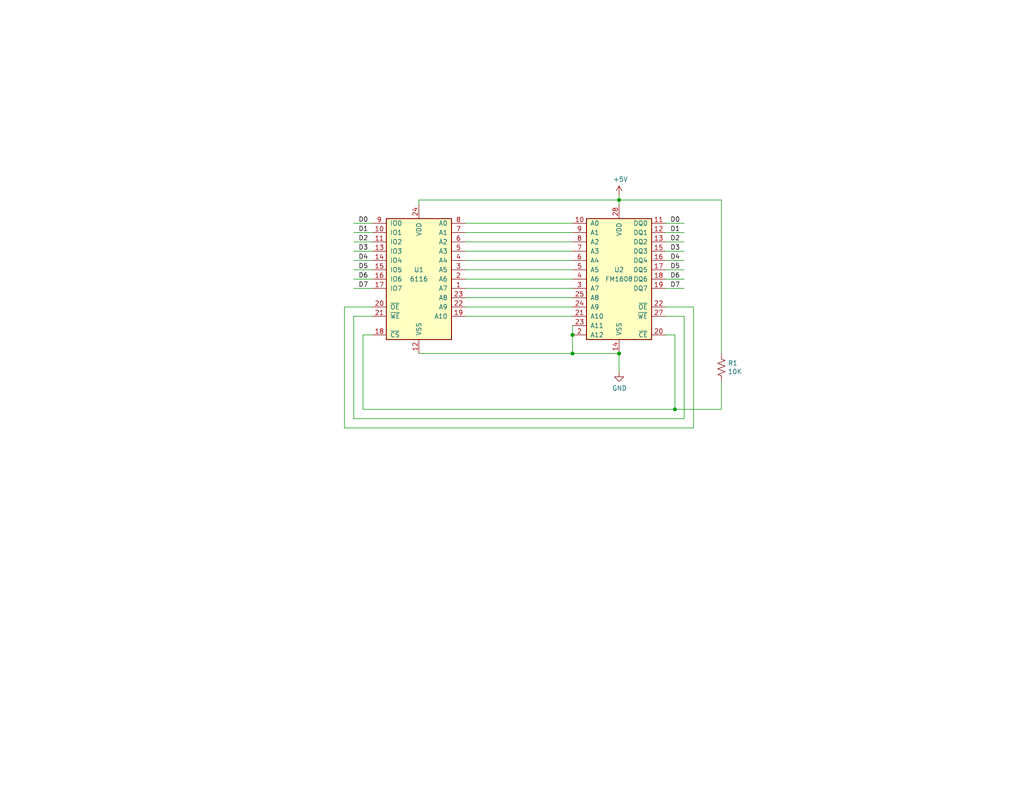
<source format=kicad_sch>
(kicad_sch (version 20231120) (generator "eeschema") (generator_version "8.0")
  (paper "USLetter")
  (title_block (title "FM1608 to 6116 Adapter") (date "2022-05-16") (rev "1.0") (company "Marc Deslauriers"))
  (lib_symbols
    (symbol "6116:6116" (pin_names (offset 1.016))
      (property "Reference" "U" (at -7.62 17.78 0))
      (property "Value" "6116" (at 1.27 17.78 0))
      (symbol "6116_0_1"
        (rectangle (start -8.89 16.51) (end 8.89 -16.51) (stroke (width 0.254)) (fill (type background)))
      )
      (symbol "6116_1_1"
        (pin input line (at -12.7 -2.54 0) (length 3.81) (name "A7") (number "1"))
        (pin bidirectional line (at 12.7 12.7 180) (length 3.81) (name "IO1") (number "10"))
        (pin bidirectional line (at 12.7 10.16 180) (length 3.81) (name "IO2") (number "11"))
        (pin power_in line (at 0 -20.32 90) (length 3.81) (name "VSS") (number "12"))
        (pin bidirectional line (at 12.7 7.62 180) (length 3.81) (name "IO3") (number "13"))
        (pin bidirectional line (at 12.7 5.08 180) (length 3.81) (name "IO4") (number "14"))
        (pin bidirectional line (at 12.7 2.54 180) (length 3.81) (name "IO5") (number "15"))
        (pin bidirectional line (at 12.7 0 180) (length 3.81) (name "IO6") (number "16"))
        (pin bidirectional line (at 12.7 -2.54 180) (length 3.81) (name "IO7") (number "17"))
        (pin input line (at 12.7 -15.24 180) (length 3.81) (name "~{CS}") (number "18"))
        (pin input line (at -12.7 -10.16 0) (length 3.81) (name "A10") (number "19"))
        (pin input line (at -12.7 0 0) (length 3.81) (name "A6") (number "2"))
        (pin input line (at 12.7 -7.62 180) (length 3.81) (name "~{OE}") (number "20"))
        (pin input line (at 12.7 -10.16 180) (length 3.81) (name "~{WE}") (number "21"))
        (pin input line (at -12.7 -7.62 0) (length 3.81) (name "A9") (number "22"))
        (pin input line (at -12.7 -5.08 0) (length 3.81) (name "A8") (number "23"))
        (pin power_in line (at 0 20.32 270) (length 3.81) (name "VDD") (number "24"))
        (pin input line (at -12.7 2.54 0) (length 3.81) (name "A5") (number "3"))
        (pin input line (at -12.7 5.08 0) (length 3.81) (name "A4") (number "4"))
        (pin input line (at -12.7 7.62 0) (length 3.81) (name "A3") (number "5"))
        (pin input line (at -12.7 10.16 0) (length 3.81) (name "A2") (number "6"))
        (pin input line (at -12.7 12.7 0) (length 3.81) (name "A1") (number "7"))
        (pin input line (at -12.7 15.24 0) (length 3.81) (name "A0") (number "8"))
        (pin bidirectional line (at 12.7 15.24 180) (length 3.81) (name "IO0") (number "9"))
      )
    )
    (symbol "Device:R_US" (pin_numbers hide) (pin_names (offset 0))
      (property "Reference" "R" (at 2.54 0 90))
      (property "Value" "R_US" (at -2.54 0 90))
      (symbol "R_US_0_1"
        (polyline (pts (xy 0 -2.286) (xy 0 -2.54)))
        (polyline (pts (xy 0 2.286) (xy 0 2.54)))
        (polyline (pts (xy 0 -0.762) (xy 1.016 -1.143) (xy 0 -1.524) (xy -1.016 -1.905) (xy 0 -2.286)))
        (polyline (pts (xy 0 0.762) (xy 1.016 0.381) (xy 0 0) (xy -1.016 -0.381) (xy 0 -0.762)))
        (polyline (pts (xy 0 2.286) (xy 1.016 1.905) (xy 0 1.524) (xy -1.016 1.143) (xy 0 0.762)))
      )
      (symbol "R_US_1_1"
        (pin passive line (at 0 3.81 270) (length 1.27) (name "~") (number "1"))
        (pin passive line (at 0 -3.81 90) (length 1.27) (name "~") (number "2"))
      )
    )
    (symbol "Memory_NVRAM:FM1608B-SG" (pin_names (offset 1.016))
      (property "Reference" "U" (at -7.62 17.78 0))
      (property "Value" "FM1608B-SG" (at 1.27 17.78 0))
      (symbol "FM1608B-SG_0_1"
        (rectangle (start -8.89 16.51) (end 8.89 -16.51) (stroke (width 0.254)) (fill (type background)))
      )
      (symbol "FM1608B-SG_1_1"
        (pin input line (at -12.7 15.24 0) (length 3.81) (name "A0") (number "10"))
        (pin bidirectional line (at 12.7 15.24 180) (length 3.81) (name "DQ0") (number "11"))
        (pin bidirectional line (at 12.7 12.7 180) (length 3.81) (name "DQ1") (number "12"))
        (pin bidirectional line (at 12.7 10.16 180) (length 3.81) (name "DQ2") (number "13"))
        (pin power_in line (at 0 -20.32 90) (length 3.81) (name "VSS") (number "14"))
        (pin bidirectional line (at 12.7 7.62 180) (length 3.81) (name "DQ3") (number "15"))
        (pin bidirectional line (at 12.7 5.08 180) (length 3.81) (name "DQ4") (number "16"))
        (pin bidirectional line (at 12.7 2.54 180) (length 3.81) (name "DQ5") (number "17"))
        (pin bidirectional line (at 12.7 0 180) (length 3.81) (name "DQ6") (number "18"))
        (pin bidirectional line (at 12.7 -2.54 180) (length 3.81) (name "DQ7") (number "19"))
        (pin input line (at -12.7 -15.24 0) (length 3.81) (name "A12") (number "2"))
        (pin input line (at 12.7 -15.24 180) (length 3.81) (name "~{CE}") (number "20"))
        (pin input line (at -12.7 -10.16 0) (length 3.81) (name "A10") (number "21"))
        (pin input line (at 12.7 -7.62 180) (length 3.81) (name "~{OE}") (number "22"))
        (pin input line (at -12.7 -12.7 0) (length 3.81) (name "A11") (number "23"))
        (pin input line (at -12.7 -7.62 0) (length 3.81) (name "A9") (number "24"))
        (pin input line (at -12.7 -5.08 0) (length 3.81) (name "A8") (number "25"))
        (pin input line (at 12.7 -10.16 180) (length 3.81) (name "~{WE}") (number "27"))
        (pin power_in line (at 0 20.32 270) (length 3.81) (name "VDD") (number "28"))
        (pin input line (at -12.7 -2.54 0) (length 3.81) (name "A7") (number "3"))
        (pin input line (at -12.7 0 0) (length 3.81) (name "A6") (number "4"))
        (pin input line (at -12.7 2.54 0) (length 3.81) (name "A5") (number "5"))
        (pin input line (at -12.7 5.08 0) (length 3.81) (name "A4") (number "6"))
        (pin input line (at -12.7 7.62 0) (length 3.81) (name "A3") (number "7"))
        (pin input line (at -12.7 10.16 0) (length 3.81) (name "A2") (number "8"))
        (pin input line (at -12.7 12.7 0) (length 3.81) (name "A1") (number "9"))
      )
    )
    (symbol "fm1608-to-6116-rescue:+5V-power" (power) (pin_names (offset 0))
      (property "Value" "power_+5V" (at 0 3.556 0))
      (symbol "+5V-power_0_1"
        (polyline (pts (xy -0.762 1.27) (xy 0 2.54)))
        (polyline (pts (xy 0 0) (xy 0 2.54)))
        (polyline (pts (xy 0 2.54) (xy 0.762 1.27)))
      )
      (symbol "+5V-power_1_1"
        (pin power_in line (at 0 0 90) (length 0) hide (name "+5V") (number "1"))
      )
    )
    (symbol "fm1608-to-6116-rescue:GND-power" (power) (pin_names (offset 0))
      (property "Value" "power_GND" (at 0 -3.81 0))
      (symbol "GND-power_0_1"
        (polyline (pts (xy 0 0) (xy 0 -1.27) (xy 1.27 -1.27) (xy 0 -2.54) (xy -1.27 -1.27) (xy 0 -1.27)))
      )
      (symbol "GND-power_1_1"
        (pin power_in line (at 0 0 270) (length 0) hide (name "GND") (number "1"))
      )
    )
  )
  (junction (at 156.21 91.44))
  (junction (at 168.91 96.52))
  (junction (at 156.21 96.52))
  (junction (at 184.15 111.76))
  (junction (at 168.91 54.61))
  (wire (pts (xy 101.6 83.82) (xy 93.98 83.82)))
  (wire (pts (xy 127 63.5) (xy 156.21 63.5)))
  (wire (pts (xy 127 60.96) (xy 156.21 60.96)))
  (wire (pts (xy 186.69 76.2) (xy 181.61 76.2)))
  (wire (pts (xy 196.85 96.52) (xy 196.85 54.61)))
  (wire (pts (xy 156.21 96.52) (xy 168.91 96.52)))
  (wire (pts (xy 96.52 63.5) (xy 101.6 63.5)))
  (wire (pts (xy 93.98 83.82) (xy 93.98 116.84)))
  (wire (pts (xy 96.52 68.58) (xy 101.6 68.58)))
  (wire (pts (xy 196.85 54.61) (xy 168.91 54.61)))
  (wire (pts (xy 96.52 73.66) (xy 101.6 73.66)))
  (wire (pts (xy 186.69 73.66) (xy 181.61 73.66)))
  (wire (pts (xy 127 86.36) (xy 156.21 86.36)))
  (wire (pts (xy 127 83.82) (xy 156.21 83.82)))
  (wire (pts (xy 93.98 116.84) (xy 189.23 116.84)))
  (wire (pts (xy 186.69 78.74) (xy 181.61 78.74)))
  (wire (pts (xy 101.6 86.36) (xy 96.52 86.36)))
  (wire (pts (xy 114.3 54.61) (xy 168.91 54.61)))
  (wire (pts (xy 156.21 88.9) (xy 156.21 91.44)))
  (wire (pts (xy 127 81.28) (xy 156.21 81.28)))
  (wire (pts (xy 96.52 71.12) (xy 101.6 71.12)))
  (wire (pts (xy 96.52 86.36) (xy 96.52 114.3)))
  (wire (pts (xy 184.15 111.76) (xy 196.85 111.76)))
  (wire (pts (xy 127 71.12) (xy 156.21 71.12)))
  (wire (pts (xy 156.21 91.44) (xy 156.21 96.52)))
  (wire (pts (xy 186.69 68.58) (xy 181.61 68.58)))
  (wire (pts (xy 127 66.04) (xy 156.21 66.04)))
  (wire (pts (xy 186.69 114.3) (xy 186.69 86.36)))
  (wire (pts (xy 96.52 76.2) (xy 101.6 76.2)))
  (wire (pts (xy 127 76.2) (xy 156.21 76.2)))
  (wire (pts (xy 127 68.58) (xy 156.21 68.58)))
  (wire (pts (xy 96.52 66.04) (xy 101.6 66.04)))
  (wire (pts (xy 99.06 111.76) (xy 184.15 111.76)))
  (wire (pts (xy 189.23 83.82) (xy 181.61 83.82)))
  (wire (pts (xy 114.3 96.52) (xy 156.21 96.52)))
  (wire (pts (xy 168.91 54.61) (xy 168.91 53.34)))
  (wire (pts (xy 184.15 111.76) (xy 184.15 91.44)))
  (wire (pts (xy 127 78.74) (xy 156.21 78.74)))
  (wire (pts (xy 186.69 86.36) (xy 181.61 86.36)))
  (wire (pts (xy 186.69 71.12) (xy 181.61 71.12)))
  (wire (pts (xy 114.3 55.88) (xy 114.3 54.61)))
  (wire (pts (xy 186.69 63.5) (xy 181.61 63.5)))
  (wire (pts (xy 96.52 60.96) (xy 101.6 60.96)))
  (wire (pts (xy 96.52 114.3) (xy 186.69 114.3)))
  (wire (pts (xy 101.6 91.44) (xy 99.06 91.44)))
  (wire (pts (xy 196.85 111.76) (xy 196.85 104.14)))
  (wire (pts (xy 186.69 60.96) (xy 181.61 60.96)))
  (wire (pts (xy 168.91 96.52) (xy 168.91 101.6)))
  (wire (pts (xy 127 73.66) (xy 156.21 73.66)))
  (wire (pts (xy 186.69 66.04) (xy 181.61 66.04)))
  (wire (pts (xy 99.06 91.44) (xy 99.06 111.76)))
  (wire (pts (xy 168.91 55.88) (xy 168.91 54.61)))
  (wire (pts (xy 96.52 78.74) (xy 101.6 78.74)))
  (wire (pts (xy 189.23 116.84) (xy 189.23 83.82)))
  (wire (pts (xy 184.15 91.44) (xy 181.61 91.44)))
  (label "D0" (at 97.79 60.96 0))
  (label "D1" (at 97.79 63.5 0))
  (label "D7" (at 97.79 78.74 0))
  (label "D4" (at 182.88 71.12 0))
  (label "D3" (at 182.88 68.58 0))
  (label "D5" (at 182.88 73.66 0))
  (label "D7" (at 182.88 78.74 0))
  (label "D6" (at 182.88 76.2 0))
  (label "D6" (at 97.79 76.2 0))
  (label "D2" (at 182.88 66.04 0))
  (label "D0" (at 182.88 60.96 0))
  (label "D4" (at 97.79 71.12 0))
  (label "D5" (at 97.79 73.66 0))
  (label "D3" (at 97.79 68.58 0))
  (label "D1" (at 182.88 63.5 0))
  (label "D2" (at 97.79 66.04 0))
  (symbol (lib_id "Memory_NVRAM:FM1608B-SG") (at 168.91 76.2 0) (unit 1)
    (property "Reference" "U2" (at 168.91 73.66 0))
    (property "Value" "FM1608" (at 168.91 76.2 0))
    (property "Footprint" "Package_DIP:DIP-28_W15.24mm" (effects (hide yes)))
    (property "Datasheet" "http://www.cypress.com/file/41731/download" (effects (hide yes)))
  )
  (symbol (lib_id "6116:6116") (at 114.3 76.2 0) (mirror y) (unit 1)
    (property "Reference" "U1" (at 114.3 73.66 0))
    (property "Value" "6116" (at 114.3 76.2 0))
    (property "Footprint" "Package_DIP:DIP-24_W15.24mm" (effects (hide yes)))
  )
  (symbol (lib_id "fm1608-to-6116-rescue:GND-power") (at 168.91 101.6 0) (unit 1)
    (property "Reference" "#PWR0101" (effects (hide yes)))
    (property "Value" "GND" (at 169.037 105.9942 0))
  )
  (symbol (lib_id "fm1608-to-6116-rescue:+5V-power") (at 168.91 53.34 0) (unit 1)
    (property "Reference" "#PWR0102" (effects (hide yes)))
    (property "Value" "+5V" (at 169.291 48.9458 0))
  )
  (symbol (lib_id "Device:R_US") (at 196.85 100.33 0) (unit 1)
    (property "Reference" "R1" (at 198.5772 99.1616 0) (effects (justify left)))
    (property "Value" "10K" (at 198.5772 101.473 0) (effects (justify left)))
    (property "Footprint" "Resistor_SMD:R_0805_2012Metric_Pad1.20x1.40mm_HandSolder" (effects (hide yes)))
  )
)
</source>
